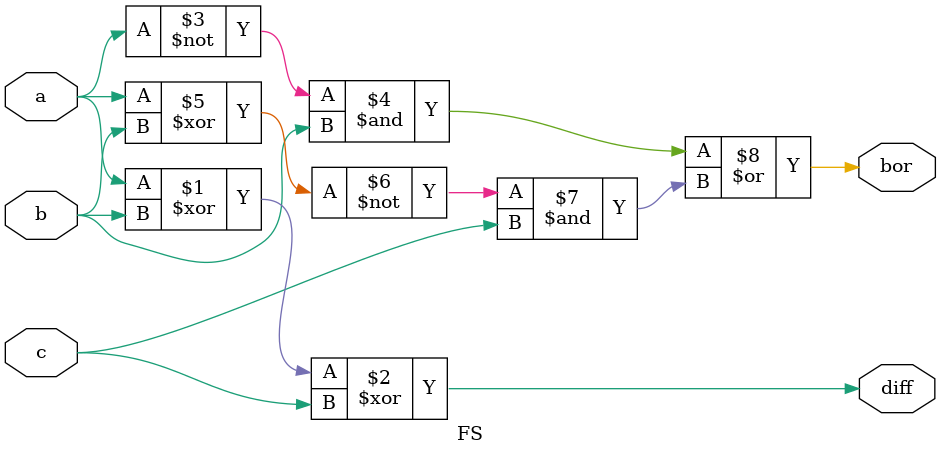
<source format=v>
module FS(a,b,c,diff,bor);
input a,b,c;
output diff,bor;
assign diff = a^b^c;
assign  bor = (~a&b)|(~(a^b)&c);
endmodule

</source>
